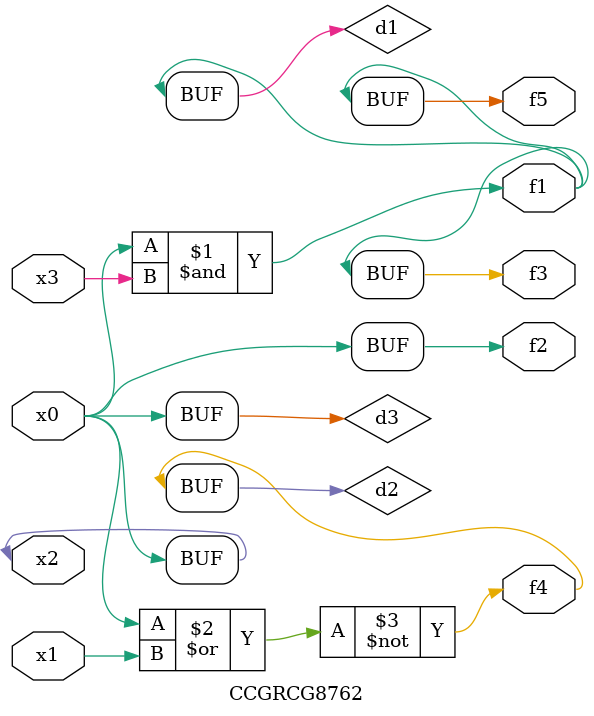
<source format=v>
module CCGRCG8762(
	input x0, x1, x2, x3,
	output f1, f2, f3, f4, f5
);

	wire d1, d2, d3;

	and (d1, x2, x3);
	nor (d2, x0, x1);
	buf (d3, x0, x2);
	assign f1 = d1;
	assign f2 = d3;
	assign f3 = d1;
	assign f4 = d2;
	assign f5 = d1;
endmodule

</source>
